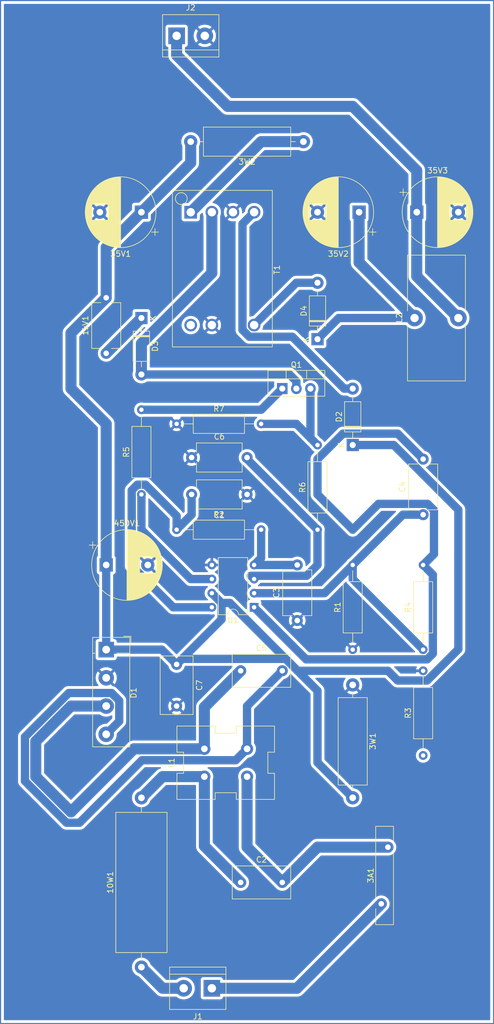
<source format=kicad_pcb>
(kicad_pcb (version 20221018) (generator pcbnew)
  (title_block (title "Switching  Mode Power Supply ") (date "05.08.2023") (rev "1.0") (company "by Muxtar_Safarov"))
  (layers (0 "F.Cu" signal) (31 "B.Cu" signal) (34 "B.Paste" user) (35 "F.Paste" user) (36 "B.SilkS" user "B.Silkscreen") (37 "F.SilkS" user "F.Silkscreen") (38 "B.Mask" user) (39 "F.Mask" user) (44 "Edge.Cuts" user))
  (net 0 "")
  (net 1 "Net-(D3-K)")
  (net 2 "VDC")
  (net 3 "Net-(J1-Pin_1)")
  (net 4 "Net-(3A1-Pad2)")
  (net 5 "Earth")
  (net 6 "Net-(T1-P1+)")
  (net 7 "Net-(J1-Pin_2)")
  (net 8 "Net-(10W1-Pad2)")
  (net 9 "Net-(D4-K)")
  (net 10 "VCC")
  (net 11 "Net-(U1-VREF)")
  (net 12 "Net-(U1-RC)")
  (net 13 "Net-(U1-FB)")
  (net 14 "Net-(U1-COMP)")
  (net 15 "Net-(C5-Pad1)")
  (net 16 "Net-(C5-Pad2)")
  (net 17 "Net-(U1-CS)")
  (net 18 "Net-(D2-A)")
  (net 19 "Net-(D3-A)")
  (net 20 "Net-(D4-A)")
  (net 21 "Net-(Q1-G)")
  (net 22 "Net-(Q1-S)")
  (net 23 "Net-(U1-OUT)")
  (footprint "Resistor_THT:R_Axial_DIN0516_L15.5mm_D5.0mm_P20.32mm_Horizontal" (layer "F.Cu") (at 105.41 38.1 180)
    (fp_text reference "3W2" (at 10.16 -3.62) (layer "F.SilkS"))
    (fp_text value "22K")
    (pad "1" thru_hole circle (at 0 0 180) (size 2.4 2.4) (drill 1.2) (layers "*.Cu" "*.Mask") (net 6 "Net-(T1-P1+)"))
    (pad "2" thru_hole oval (at 20.32 0 180) (size 2.4 2.4) (drill 1.2) (layers "*.Cu" "*.Mask") (net 2 "VDC"))
  )
  (footprint "Resistor_THT:R_Axial_DIN0309_L9.0mm_D3.2mm_P15.24mm_Horizontal" (layer "F.Cu") (at 114.3 129.54 90)
    (fp_text reference "R1" (at 7.62 -2.72 90) (layer "F.SilkS"))
    (fp_text value "4,7K")
    (pad "1" thru_hole circle (at 0 0 90) (size 1.6 1.6) (drill 0.8) (layers "*.Cu" "*.Mask") (net 5 "Earth"))
    (pad "2" thru_hole oval (at 15.24 0 90) (size 1.6 1.6) (drill 0.8) (layers "*.Cu" "*.Mask") (net 13 "Net-(U1-FB)"))
  )
  (footprint "Capacitor_THT:CP_Radial_D12.5mm_P7.50mm" (layer "F.Cu") (at 69.85 114.3)
    (fp_text reference "450V1" (at 3.75 -7.5) (layer "F.SilkS"))
    (fp_text value "1000uF ")
    (pad "1" thru_hole rect (at 0 0) (size 2.4 2.4) (drill 1.2) (layers "*.Cu" "*.Mask") (net 2 "VDC"))
    (pad "2" thru_hole circle (at 7.5 0) (size 2.4 2.4) (drill 1.2) (layers "*.Cu" "*.Mask") (net 5 "Earth"))
  )
  (footprint "Package_DIP:DIP-8_W7.62mm" (layer "F.Cu") (at 96.52 121.92 180)
    (fp_text reference "U1" (at 3.81 -2.33) (layer "F.SilkS"))
    (fp_text value "UC3842_DIP8")
    (pad "1" thru_hole rect (at 0 0 180) (size 1.6 1.6) (drill 0.8) (layers "*.Cu" "*.Mask") (net 14 "Net-(U1-COMP)"))
    (pad "2" thru_hole oval (at 0 2.54 180) (size 1.6 1.6) (drill 0.8) (layers "*.Cu" "*.Mask") (net 13 "Net-(U1-FB)"))
    (pad "3" thru_hole oval (at 0 5.08 180) (size 1.6 1.6) (drill 0.8) (layers "*.Cu" "*.Mask") (net 17 "Net-(U1-CS)"))
    (pad "4" thru_hole oval (at 0 7.62 180) (size 1.6 1.6) (drill 0.8) (layers "*.Cu" "*.Mask") (net 12 "Net-(U1-RC)"))
    (pad "5" thru_hole oval (at 7.62 7.62 180) (size 1.6 1.6) (drill 0.8) (layers "*.Cu" "*.Mask") (net 5 "Earth"))
    (pad "6" thru_hole oval (at 7.62 5.08 180) (size 1.6 1.6) (drill 0.8) (layers "*.Cu" "*.Mask") (net 23 "Net-(U1-OUT)"))
    (pad "7" thru_hole oval (at 7.62 2.54 180) (size 1.6 1.6) (drill 0.8) (layers "*.Cu" "*.Mask") (net 2 "VDC"))
    (pad "8" thru_hole oval (at 7.62 0 180) (size 1.6 1.6) (drill 0.8) (layers "*.Cu" "*.Mask") (net 11 "Net-(U1-VREF)"))
  )
  (footprint "Inductor_THT:L_Toroid_Vertical_L22.4mm_W10.2mm_P7.90mm_Vishay_TJ4" (layer "F.Cu") (at 125.45 69.85 90)
    (fp_text reference "L2" (at 0 -2.75 90) (layer "F.SilkS"))
    (fp_text value "470uH")
    (pad "1" thru_hole circle (at 0 0 90) (size 3 3) (drill 1.5) (layers "*.Cu" "*.Mask") (net 9 "Net-(D4-K)"))
    (pad "2" thru_hole circle (at 0 7.9 90) (size 3 3) (drill 1.5) (layers "*.Cu" "*.Mask") (net 10 "VCC"))
  )
  (footprint "Capacitor_THT:C_Rect_L10.3mm_W5.7mm_P7.50mm_MKS4" (layer "F.Cu") (at 94.1 171.45)
    (fp_text reference "C2" (at 3.75 -4.1) (layer "F.SilkS"))
    (fp_text value "330nF")
    (pad "1" thru_hole circle (at 0 0) (size 2 2) (drill 1) (layers "*.Cu" "*.Mask") (net 8 "Net-(10W1-Pad2)"))
    (pad "2" thru_hole circle (at 7.5 0) (size 2 2) (drill 1) (layers "*.Cu" "*.Mask") (net 4 "Net-(3A1-Pad2)"))
  )
  (footprint "Package_TO_SOT_THT:TO-220-3_Vertical" (layer "F.Cu") (at 101.6 82.55)
    (fp_text reference "Q1" (at 2.54 -4.27) (layer "F.SilkS"))
    (fp_text value "IRF740")
    (pad "1" thru_hole rect (at 0 0) (size 1.905 2) (drill 1.1) (layers "*.Cu" "*.Mask") (net 21 "Net-(Q1-G)"))
    (pad "2" thru_hole oval (at 2.54 0) (size 1.905 2) (drill 1.1) (layers "*.Cu" "*.Mask") (net 19 "Net-(D3-A)"))
    (pad "3" thru_hole oval (at 5.08 0) (size 1.905 2) (drill 1.1) (layers "*.Cu" "*.Mask") (net 22 "Net-(Q1-S)"))
  )
  (footprint "Capacitor_THT:C_Disc_D8.0mm_W5.0mm_P10.00mm" (layer "F.Cu") (at 127 105.25 90)
    (fp_text reference "C4" (at 5 -3.75 90) (layer "F.SilkS"))
    (fp_text value "100pF")
    (pad "1" thru_hole circle (at 0 0 90) (size 2 2) (drill 1) (layers "*.Cu" "*.Mask") (net 13 "Net-(U1-FB)"))
    (pad "2" thru_hole circle (at 10 0 90) (size 2 2) (drill 1) (layers "*.Cu" "*.Mask") (net 14 "Net-(U1-COMP)"))
  )
  (footprint "Resistor_THT:R_Axial_DIN0309_L9.0mm_D3.2mm_P15.24mm_Horizontal" (layer "F.Cu") (at 76.2 101.6 90)
    (fp_text reference "R5" (at 7.62 -2.72 90) (layer "F.SilkS"))
    (fp_text value "22R")
    (pad "1" thru_hole circle (at 0 0 90) (size 1.6 1.6) (drill 0.8) (layers "*.Cu" "*.Mask") (net 23 "Net-(U1-OUT)"))
    (pad "2" thru_hole oval (at 15.24 0 90) (size 1.6 1.6) (drill 0.8) (layers "*.Cu" "*.Mask") (net 21 "Net-(Q1-G)"))
  )
  (footprint "Capacitor_THT:CP_Radial_D12.5mm_P7.50mm" (layer "F.Cu") (at 115.45 50.8 180)
    (fp_text reference "35V2" (at 3.75 -7.5) (layer "F.SilkS"))
    (fp_text value "2200uF")
    (pad "1" thru_hole rect (at 0 0 180) (size 2.4 2.4) (drill 1.2) (layers "*.Cu" "*.Mask") (net 9 "Net-(D4-K)"))
    (pad "2" thru_hole circle (at 7.5 0 180) (size 2.4 2.4) (drill 1.2) (layers "*.Cu" "*.Mask") (net 5 "Earth"))
  )
  (footprint "Resistor_THT:R_Axial_DIN0309_L9.0mm_D3.2mm_P15.24mm_Horizontal" (layer "F.Cu") (at 127 148.59 90)
    (fp_text reference "R3" (at 7.62 -2.72 90) (layer "F.SilkS"))
    (fp_text value "20K")
    (pad "1" thru_hole circle (at 0 0 90) (size 1.6 1.6) (drill 0.8) (layers "*.Cu" "*.Mask") (net 13 "Net-(U1-FB)"))
    (pad "2" thru_hole oval (at 15.24 0 90) (size 1.6 1.6) (drill 0.8) (layers "*.Cu" "*.Mask") (net 5 "Earth"))
  )
  (footprint "Capacitor_THT:C_Rect_L10.3mm_W5.7mm_P7.50mm_MKS4" (layer "F.Cu") (at 82.55 132.2 -90)
    (fp_text reference "C7" (at 3.75 -4.1 90) (layer "F.SilkS"))
    (fp_text value "330nF")
    (pad "1" thru_hole circle (at 0 0 270) (size 2 2) (drill 1) (layers "*.Cu" "*.Mask") (net 2 "VDC"))
    (pad "2" thru_hole circle (at 7.5 0 270) (size 2 2) (drill 1) (layers "*.Cu" "*.Mask") (net 5 "Earth"))
  )
  (footprint "Diode_THT:D_DO-41_SOD81_P10.16mm_Horizontal" (layer "F.Cu") (at 107.95 73.66 90)
    (fp_text reference "D4" (at 5.08 -2.47 90) (layer "F.SilkS"))
    (fp_text value "1N4007")
    (fp_text user "K" (at 0 -2.1 90) (layer "F.SilkS"))
    (pad "1" thru_hole rect (at 0 0 90) (size 2.2 2.2) (drill 1.1) (layers "*.Cu" "*.Mask") (net 9 "Net-(D4-K)"))
    (pad "2" thru_hole oval (at 10.16 0 90) (size 2.2 2.2) (drill 1.1) (layers "*.Cu" "*.Mask") (net 20 "Net-(D4-A)"))
  )
  (footprint "Resistor_THT:R_Axial_Power_L25.0mm_W9.0mm_P30.48mm" (layer "F.Cu") (at 76.2 186.695 90)
    (fp_text reference "10W1" (at 15.24 -5.62 90) (layer "F.SilkS"))
    (fp_text value "10R")
    (pad "1" thru_hole circle (at 0 0 90) (size 2.4 2.4) (drill 1.2) (layers "*.Cu" "*.Mask") (net 7 "Net-(J1-Pin_2)"))
    (pad "2" thru_hole oval (at 30.48 0 90) (size 2.4 2.4) (drill 1.2) (layers "*.Cu" "*.Mask") (net 8 "Net-(10W1-Pad2)"))
  )
  (footprint "Capacitor_THT:C_Disc_D8.0mm_W5.0mm_P10.00mm" (layer "F.Cu") (at 85.25 94.96)
    (fp_text reference "C6" (at 5 -3.75) (layer "F.SilkS"))
    (fp_text value "470pF")
    (pad "1" thru_hole circle (at 0 0) (size 2 2) (drill 1) (layers "*.Cu" "*.Mask") (net 5 "Earth"))
    (pad "2" thru_hole circle (at 10 0) (size 2 2) (drill 1) (layers "*.Cu" "*.Mask") (net 17 "Net-(U1-CS)"))
  )
  (footprint "Resistor_THT:R_Axial_DIN0309_L9.0mm_D3.2mm_P15.24mm_Horizontal" (layer "F.Cu") (at 107.95 107.95 90)
    (fp_text reference "R6" (at 7.62 -2.72 90) (layer "F.SilkS"))
    (fp_text value "1K")
    (pad "1" thru_hole circle (at 0 0 90) (size 1.6 1.6) (drill 0.8) (layers "*.Cu" "*.Mask") (net 17 "Net-(U1-CS)"))
    (pad "2" thru_hole oval (at 15.24 0 90) (size 1.6 1.6) (drill 0.8) (layers "*.Cu" "*.Mask") (net 22 "Net-(Q1-S)"))
  )
  (footprint "Transformer_THT:Transformer_Microphone_Lundahl_LL1587" (layer "F.Cu") (at 85.09 50.8 -90)
    (fp_text reference "T1" (at 10.35 -15.55 90) (layer "F.SilkS"))
    (fp_text value "LL1587")
    (pad "1" thru_hole rect (at 0 0 270) (size 2.29 2.29) (drill 1.52) (layers "*.Cu" "*.Mask") (net 6 "Net-(T1-P1+)"))
    (pad "2" thru_hole circle (at 0 -3.81 270) (size 2.29 2.29) (drill 1.52) (layers "*.Cu" "*.Mask") (net 19 "Net-(D3-A)"))
    (pad "3" thru_hole circle (at 0 -7.62 270) (size 2.29 2.29) (drill 1.52) (layers "*.Cu" "*.Mask") (net 5 "Earth"))
    (pad "4" thru_hole circle (at 0 -11.43 270) (size 2.29 2.29) (drill 1.52) (layers "*.Cu" "*.Mask") (net 18 "Net-(D2-A)"))
    (pad "5" thru_hole circle (at 20.32 0 270) (size 2.29 2.29) (drill 1.52) (layers "*.Cu" "*.Mask"))
    (pad "6" thru_hole circle (at 20.32 -3.81 270) (size 2.29 2.29) (drill 1.52) (layers "*.Cu" "*.Mask") (net 5 "Earth"))
    (pad "8" thru_hole circle (at 20.32 -11.43 270) (size 2.29 2.29) (drill 1.52) (layers "*.Cu" "*.Mask") (net 20 "Net-(D4-A)"))
  )
  (footprint "Capacitor_THT:C_Disc_D8.0mm_W5.0mm_P10.00mm" (layer "F.Cu") (at 69.85 76.2 90)
    (fp_text reference "1kV1" (at 5 -3.75 90) (layer "F.SilkS"))
    (fp_text value "1nF")
    (pad "1" thru_hole circle (at 0 0 90) (size 2 2) (drill 1) (layers "*.Cu" "*.Mask") (net 1 "Net-(D3-K)"))
    (pad "2" thru_hole circle (at 10 0 90) (size 2 2) (drill 1) (layers "*.Cu" "*.Mask") (net 2 "VDC"))
  )
  (footprint "Resistor_THT:R_Axial_DIN0309_L9.0mm_D3.2mm_P15.24mm_Horizontal" (layer "F.Cu") (at 82.55 88.9)
    (fp_text reference "R7" (at 7.62 -2.72) (layer "F.SilkS"))
    (fp_text value "10R")
    (pad "1" thru_hole circle (at 0 0) (size 1.6 1.6) (drill 0.8) (layers "*.Cu" "*.Mask") (net 5 "Earth"))
    (pad "2" thru_hole oval (at 15.24 0) (size 1.6 1.6) (drill 0.8) (layers "*.Cu" "*.Mask") (net 22 "Net-(Q1-S)"))
  )
  (footprint "Inductor_THT:L_CommonMode_Wuerth_WE-CMB-S" (layer "F.Cu") (at 87.55 152.4 90)
    (fp_text reference "L1" (at 2.5 -5.9 90) (layer "F.SilkS"))
    (fp_text value "L Couple")
    (pad "1" thru_hole circle (at 0 0 90) (size 2.2 2.2) (drill 1.2) (layers "*.Cu" "*.Mask") (net 8 "Net-(10W1-Pad2)"))
    (pad "2" thru_hole circle (at 5 0 90) (size 2.2 2.2) (drill 1.2) (layers "*.Cu" "*.Mask") (net 15 "Net-(C5-Pad1)"))
    (pad "3" thru_hole circle (at 5 7.7 90) (size 2.2 2.2) (drill 1.2) (layers "*.Cu" "*.Mask") (net 16 "Net-(C5-Pad2)"))
    (pad "4" thru_hole circle (at 0 7.7 90) (size 2.2 2.2) (drill 1.2) (layers "*.Cu" "*.Mask") (net 4 "Net-(3A1-Pad2)"))
  )
  (footprint "Diode_THT:D_DO-41_SOD81_P10.16mm_Horizontal" (layer "F.Cu") (at 76.2 69.85 -90)
    (fp_text reference "D3" (at 5.08 -2.47 90) (layer "F.SilkS"))
    (fp_text value "FR207")
    (fp_text user "K" (at 0 -2.1 90) (layer "F.SilkS"))
    (pad "1" thru_hole rect (at 0 0 270) (size 2.2 2.2) (drill 1.1) (layers "*.Cu" "*.Mask") (net 1 "Net-(D3-K)"))
    (pad "2" thru_hole oval (at 10.16 0 270) (size 2.2 2.2) (drill 1.1) (layers "*.Cu" "*.Mask") (net 19 "Net-(D3-A)"))
  )
  (footprint "TerminalBlock:TerminalBlock_bornier-2_P5.08mm" (layer "F.Cu") (at 82.55 19.05)
    (fp_text reference "J2" (at 2.54 -5.08) (layer "F.SilkS"))
    (fp_text value "OUTPUT")
    (pad "1" thru_hole rect (at 0 0) (size 3 3) (drill 1.52) (layers "*.Cu" "*.Mask") (net 10 "VCC"))
    (pad "2" thru_hole circle (at 5.08 0) (size 3 3) (drill 1.52) (layers "*.Cu" "*.Mask") (net 5 "Earth"))
  )
  (footprint "TerminalBlock:TerminalBlock_bornier-2_P5.08mm" (layer "F.Cu") (at 88.9 190.5 180)
    (fp_text reference "J1" (at 2.54 -5.08) (layer "F.SilkS"))
    (fp_text value "AC ")
    (pad "1" thru_hole rect (at 0 0 180) (size 3 3) (drill 1.52) (layers "*.Cu" "*.Mask") (net 3 "Net-(J1-Pin_1)"))
    (pad "2" thru_hole circle (at 5.08 0 180) (size 3 3) (drill 1.52) (layers "*.Cu" "*.Mask") (net 7 "Net-(J1-Pin_2)"))
  )
  (footprint "Capacitor_THT:C_Disc_D8.0mm_W5.0mm_P10.00mm" (layer "F.Cu") (at 95.25 101.6 180)
    (fp_text reference "C1" (at 5 -3.75) (layer "F.SilkS"))
    (fp_text value "100nF")
    (pad "1" thru_hole circle (at 0 0 180) (size 2 2) (drill 1) (layers "*.Cu" "*.Mask") (net 5 "Earth"))
    (pad "2" thru_hole circle (at 10 0 180) (size 2 2) (drill 1) (layers "*.Cu" "*.Mask") (net 11 "Net-(U1-VREF)"))
  )
  (footprint "Resistor_THT:R_Axial_DIN0309_L9.0mm_D3.2mm_P15.24mm_Horizontal" (layer "F.Cu") (at 127 129.54 90)
    (fp_text reference "R4" (at 7.62 -2.72 90) (layer "F.SilkS"))
    (fp_text value "150K")
    (pad "1" thru_hole circle (at 0 0 90) (size 1.6 1.6) (drill 0.8) (layers "*.Cu" "*.Mask") (net 13 "Net-(U1-FB)"))
    (pad "2" thru_hole oval (at 15.24 0 90) (size 1.6 1.6) (drill 0.8) (layers "*.Cu" "*.Mask") (net 14 "Net-(U1-COMP)"))
  )
  (footprint "Fuse:Fuse_Bourns_MF-RHT1000" (layer "F.Cu") (at 119.45 175.3 90)
    (fp_text reference "3A1" (at 5.1 -1.9 90) (layer "F.SilkS"))
    (fp_text value "Fuse")
    (pad "1" thru_hole circle (at 0 0 90) (size 2.01 2.01) (drill 1.01) (layers "*.Cu" "*.Mask") (net 3 "Net-(J1-Pin_1)"))
    (pad "2" thru_hole circle (at 10.2 1.2 90) (size 2.01 2.01) (drill 1.01) (layers "*.Cu" "*.Mask") (net 4 "Net-(3A1-Pad2)"))
  )
  (footprint "Resistor_THT:R_Axial_DIN0516_L15.5mm_D5.0mm_P20.32mm_Horizontal" (layer "F.Cu") (at 114.3 135.89 -90)
    (fp_text reference "3W1" (at 10.16 -3.62 90) (layer "F.SilkS"))
    (fp_text value "130K")
    (pad "1" thru_hole circle (at 0 0 270) (size 2.4 2.4) (drill 1.2) (layers "*.Cu" "*.Mask") (net 5 "Earth"))
    (pad "2" thru_hole oval (at 20.32 0 270) (size 2.4 2.4) (drill 1.2) (layers "*.Cu" "*.Mask") (net 2 "VDC"))
  )
  (footprint "Capacitor_THT:C_Disc_D8.0mm_W5.0mm_P10.00mm" (layer "F.Cu") (at 104.3 124.3 90)
    (fp_text reference "C3" (at 5 -3.75 90) (layer "F.SilkS"))
    (fp_text value "22nF")
    (pad "1" thru_hole circle (at 0 0 90) (size 2 2) (drill 1) (layers "*.Cu" "*.Mask") (net 5 "Earth"))
    (pad "2" thru_hole circle (at 10 0 90) (size 2 2) (drill 1) (layers "*.Cu" "*.Mask") (net 12 "Net-(U1-RC)"))
  )
  (footprint "Diode_THT:D_DO-41_SOD81_P10.16mm_Horizontal" (layer "F.Cu") (at 114.3 92.71 90)
    (fp_text reference "D2" (at 5.08 -2.47 90) (layer "F.SilkS"))
    (fp_text value "FR207")
    (fp_text user "K" (at 0 -2.1 90) (layer "F.SilkS"))
    (pad "1" thru_hole rect (at 0 0 90) (size 2.2 2.2) (drill 1.1) (layers "*.Cu" "*.Mask") (net 2 "VDC"))
    (pad "2" thru_hole oval (at 10.16 0 90) (size 2.2 2.2) (drill 1.1) (layers "*.Cu" "*.Mask") (net 18 "Net-(D2-A)"))
  )
  (footprint "Diode_THT:Diode_Bridge_Vishay_KBL" (layer "F.Cu") (at 69.85 129.54 -90)
    (fp_text reference "D1" (at 7.8 -4.95 90) (layer "F.SilkS"))
    (fp_text value "Bridge D")
    (pad "1" thru_hole rect (at 0 0 270) (size 2.8 2.8) (drill 1.4) (layers "*.Cu" "*.Mask") (net 2 "VDC"))
    (pad "2" thru_hole circle (at 5.08 0 270) (size 2.8 2.8) (drill 1.4) (layers "*.Cu" "*.Mask") (net 5 "Earth"))
    (pad "3" thru_hole circle (at 10.16 0 270) (size 2.8 2.8) (drill 1.4) (layers "*.Cu" "*.Mask") (net 15 "Net-(C5-Pad1)"))
    (pad "4" thru_hole circle (at 15.24 0 270) (size 2.8 2.8) (drill 1.4) (layers "*.Cu" "*.Mask") (net 16 "Net-(C5-Pad2)"))
  )
  (footprint "Resistor_THT:R_Axial_DIN0309_L9.0mm_D3.2mm_P15.24mm_Horizontal" (layer "F.Cu") (at 82.55 107.95)
    (fp_text reference "R2" (at 7.62 -2.72) (layer "F.SilkS"))
    (fp_text value "680R")
    (pad "1" thru_hole circle (at 0 0) (size 1.6 1.6) (drill 0.8) (layers "*.Cu" "*.Mask") (net 11 "Net-(U1-VREF)"))
    (pad "2" thru_hole oval (at 15.24 0) (size 1.6 1.6) (drill 0.8) (layers "*.Cu" "*.Mask") (net 12 "Net-(U1-RC)"))
  )
  (footprint "Capacitor_THT:C_Rect_L10.3mm_W5.7mm_P7.50mm_MKS4" (layer "F.Cu") (at 94.1 133.35)
    (fp_text reference "C5" (at 3.75 -4.1) (layer "F.SilkS"))
    (fp_text value "330nF")
    (pad "1" thru_hole circle (at 0 0) (size 2 2) (drill 1) (layers "*.Cu" "*.Mask") (net 15 "Net-(C5-Pad1)"))
    (pad "2" thru_hole circle (at 7.5 0) (size 2 2) (drill 1) (layers "*.Cu" "*.Mask") (net 16 "Net-(C5-Pad2)"))
  )
  (footprint "Capacitor_THT:CP_Radial_D12.5mm_P7.50mm" (layer "F.Cu") (at 76.2 50.8 180)
    (fp_text reference "35V1" (at 3.75 -7.5) (layer "F.SilkS"))
    (fp_text value "100uF")
    (pad "1" thru_hole rect (at 0 0 180) (size 2.4 2.4) (drill 1.2) (layers "*.Cu" "*.Mask") (net 2 "VDC"))
    (pad "2" thru_hole circle (at 7.5 0 180) (size 2.4 2.4) (drill 1.2) (layers "*.Cu" "*.Mask") (net 5 "Earth"))
  )
  (footprint "Capacitor_THT:CP_Radial_D12.5mm_P7.50mm" (layer "F.Cu") (at 125.85 50.8)
    (fp_text reference "35V3" (at 3.75 -7.5) (layer "F.SilkS"))
    (fp_text value "2200uF")
    (pad "1" thru_hole rect (at 0 0) (size 2.4 2.4) (drill 1.2) (layers "*.Cu" "*.Mask") (net 10 "VCC"))
    (pad "2" thru_hole circle (at 7.5 0) (size 2.4 2.4) (drill 1.2) (layers "*.Cu" "*.Mask") (net 5 "Earth"))
  )
  (gr_rect (start 50.8 12.7) (end 139.7 196.85) (stroke (width 0.2)) (fill none) (layer "B.Cu"))
  (segment (start 69.85 76.2) (end 76.2 69.85) (width 2) (layer "B.Cu") (net 1))
  (segment (start 69.85 66.2) (end 63.5 72.55) (width 2) (layer "B.Cu") (net 2))
  (segment (start 85.09 41.91) (end 76.2 50.8) (width 2) (layer "B.Cu") (net 2))
  (segment (start 90.65 124.1) (end 82.55 132.2) (width 1.5) (layer "B.Cu") (net 2))
  (segment (start 133.35 104.357717) (end 121.702283 92.71) (width 1.5) (layer "B.Cu") (net 2))
  (segment (start 79.89 129.54) (end 82.55 132.2) (width 1.5) (layer "B.Cu") (net 2))
  (segment (start 69.85 57.15) (end 76.2 50.8) (width 2) (layer "B.Cu") (net 2))
  (segment (start 122.4 135.1) (end 127.724874 135.1) (width 1.5) (layer "B.Cu") (net 2))
  (segment (start 69.85 88.9) (end 69.85 114.3) (width 2) (layer "B.Cu") (net 2))
  (segment (start 107.95 136.942283) (end 107.95 149.86) (width 1.5) (layer "B.Cu") (net 2))
  (segment (start 121.702283 92.71) (end 114.3 92.71) (width 1.5) (layer "B.Cu") (net 2))
  (segment (start 63.5 82.55) (end 69.85 88.9) (width 2) (layer "B.Cu") (net 2))
  (segment (start 63.5 72.55) (end 63.5 82.55) (width 2) (layer "B.Cu") (net 2))
  (segment (start 90.65 121.13) (end 90.65 124.1) (width 1.5) (layer "B.Cu") (net 2))
  (segment (start 85.09 38.1) (end 85.09 41.91) (width 2) (layer "B.Cu") (net 2))
  (segment (start 104.357717 133.35) (end 120.65 133.35) (width 1.5) (layer "B.Cu") (net 2))
  (segment (start 69.85 129.54) (end 79.89 129.54) (width 1.5) (layer "B.Cu") (net 2))
  (segment (start 107.95 149.86) (end 114.3 156.21) (width 1.5) (layer "B.Cu") (net 2))
  (segment (start 120.65 133.35) (end 122.4 135.1) (width 1.5) (layer "B.Cu") (net 2))
  (segment (start 69.85 114.3) (end 69.85 129.54) (width 1.5) (layer "B.Cu") (net 2))
  (segment (start 90.65 121.13) (end 92.137717 121.13) (width 1.5) (layer "B.Cu") (net 2))
  (segment (start 127.724874 135.1) (end 133.35 129.474874) (width 1.5) (layer "B.Cu") (net 2))
  (segment (start 133.35 129.474874) (end 133.35 104.357717) (width 1.5) (layer "B.Cu") (net 2))
  (segment (start 82.55 132.2) (end 83.55 131.2) (width 1.5) (layer "B.Cu") (net 2))
  (segment (start 83.55 131.2) (end 102.207717 131.2) (width 1.5) (layer "B.Cu") (net 2))
  (segment (start 92.137717 121.13) (end 104.357717 133.35) (width 1.5) (layer "B.Cu") (net 2))
  (segment (start 69.85 66.2) (end 69.85 57.15) (width 2) (layer "B.Cu") (net 2))
  (segment (start 88.9 119.38) (end 90.65 121.13) (width 1.5) (layer "B.Cu") (net 2))
  (segment (start 102.207717 131.2) (end 107.95 136.942283) (width 1.5) (layer "B.Cu") (net 2))
  (segment (start 104.25 190.5) (end 88.9 190.5) (width 2) (layer "B.Cu") (net 3))
  (segment (start 119.45 175.3) (end 104.25 190.5) (width 2) (layer "B.Cu") (net 3))
  (segment (start 107.95 165.1) (end 101.6 171.45) (width 2) (layer "B.Cu") (net 4))
  (segment (start 95.25 165.1) (end 101.6 171.45) (width 2) (layer "B.Cu") (net 4))
  (segment (start 95.25 152.4) (end 95.25 165.1) (width 2) (layer "B.Cu") (net 4))
  (segment (start 120.65 165.1) (end 107.95 165.1) (width 2) (layer "B.Cu") (net 4))
  (segment (start 97.79 38.1) (end 85.09 50.8) (width 2) (layer "B.Cu") (net 6))
  (segment (start 105.41 38.1) (end 97.79 38.1) (width 2) (layer "B.Cu") (net 6))
  (segment (start 80.005 190.5) (end 76.2 186.695) (width 2) (layer "B.Cu") (net 7))
  (segment (start 83.82 190.5) (end 80.005 190.5) (width 2) (layer "B.Cu") (net 7))
  (segment (start 87.55 152.4) (end 87.55 164.9) (width 2) (layer "B.Cu") (net 8))
  (segment (start 80.015 152.4) (end 76.2 156.215) (width 2) (layer "B.Cu") (net 8))
  (segment (start 87.55 152.4) (end 80.015 152.4) (width 2) (layer "B.Cu") (net 8))
  (segment (start 87.55 164.9) (end 94.1 171.45) (width 2) (layer "B.Cu") (net 8))
  (segment (start 111.76 69.85) (end 107.95 73.66) (width 1.5) (layer "B.Cu") (net 9))
  (segment (start 115.45 50.8) (end 115.45 59.85) (width 2) (layer "B.Cu") (net 9))
  (segment (start 115.45 59.85) (end 125.45 69.85) (width 2) (layer "B.Cu") (net 9))
  (segment (start 125.45 69.85) (end 111.76 69.85) (width 1.5) (layer "B.Cu") (net 9))
  (segment (start 82.55 19.05) (end 82.55 22.55) (width 2) (layer "B.Cu") (net 10))
  (segment (start 82.55 22.55) (end 91.75 31.75) (width 2) (layer "B.Cu") (net 10))
  (segment (start 91.75 31.75) (end 114.3 31.75) (width 2) (layer "B.Cu") (net 10))
  (segment (start 114.3 31.75) (end 125.85 43.3) (width 2) (layer "B.Cu") (net 10))
  (segment (start 125.85 62.35) (end 133.35 69.85) (width 2) (layer "B.Cu") (net 10))
  (segment (start 125.85 50.8) (end 125.85 62.35) (width 2) (layer "B.Cu") (net 10))
  (segment (start 125.85 43.3) (end 125.85 50.8) (width 2) (layer "B.Cu") (net 10))
  (segment (start 88.9 121.92) (end 81.92944 121.92) (width 1.5) (layer "B.Cu") (net 11))
  (segment (start 74.45 100.875126) (end 75.475126 99.85) (width 1.5) (layer "B.Cu") (net 11))
  (segment (start 85.25 101.6) (end 85.25 105.25) (width 1.5) (layer "B.Cu") (net 11))
  (segment (start 76.924874 99.85) (end 82.55 105.475126) (width 1.5) (layer "B.Cu") (net 11))
  (segment (start 75.475126 99.85) (end 76.924874 99.85) (width 1.5) (layer "B.Cu") (net 11))
  (segment (start 74.45 114.44056) (end 74.45 100.875126) (width 1.5) (layer "B.Cu") (net 11))
  (segment (start 82.55 105.475126) (end 82.55 107.95) (width 1.5) (layer "B.Cu") (net 11))
  (segment (start 81.92944 121.92) (end 74.45 114.44056) (width 1.5) (layer "B.Cu") (net 11))
  (segment (start 85.25 105.25) (end 82.55 107.95) (width 1.5) (layer "B.Cu") (net 11))
  (segment (start 104.3 114.3) (end 96.52 114.3) (width 1.5) (layer "B.Cu") (net 12))
  (segment (start 97.79 107.95) (end 97.79 113.03) (width 1.5) (layer "B.Cu") (net 12))
  (segment (start 97.79 113.03) (end 96.52 114.3) (width 1.5) (layer "B.Cu") (net 12))
  (segment (start 109.22 119.38) (end 114.3 114.3) (width 1.5) (layer "B.Cu") (net 13))
  (segment (start 114.3 114.3) (end 114.3 116.84) (width 1.5) (layer "B.Cu") (net 13))
  (segment (start 123.35 105.25) (end 114.3 114.3) (width 1.5) (layer "B.Cu") (net 13))
  (segment (start 127 105.25) (end 123.35 105.25) (width 1.5) (layer "B.Cu") (net 13))
  (segment (start 96.52 119.38) (end 109.22 119.38) (width 1.5) (layer "B.Cu") (net 13))
  (segment (start 114.3 116.84) (end 127 129.54) (width 1.5) (layer "B.Cu") (net 13))
  (segment (start 107.95 101.6) (end 114.3 107.95) (width 1.5) (layer "B.Cu") (net 14))
  (segment (start 128.95 112.35) (end 127 114.3) (width 1.5) (layer "B.Cu") (net 14))
  (segment (start 128.95 104.442283) (end 128.95 112.35) (width 1.5) (layer "B.Cu") (net 14))
  (segment (start 118.95 103.3) (end 127.807717 103.3) (width 1.5) (layer "B.Cu") (net 14))
  (segment (start 128.75 116.05) (end 128.75 130.264874) (width 1.5) (layer "B.Cu") (net 14))
  (segment (start 127 114.3) (end 128.75 116.05) (width 1.5) (layer "B.Cu") (net 14))
  (segment (start 114.3 107.95) (end 118.95 103.3) (width 1.5) (layer "B.Cu") (net 14))
  (segment (start 127.724874 131.29) (end 105.89 131.29) (width 1.5) (layer "B.Cu") (net 14))
  (segment (start 107.95 95.25) (end 107.95 101.6) (width 1.5) (layer "B.Cu") (net 14))
  (segment (start 127.807717 103.3) (end 128.95 104.442283) (width 1.5) (layer "B.Cu") (net 14))
  (segment (start 112.54 90.66) (end 107.95 95.25) (width 1.5) (layer "B.Cu") (net 14))
  (segment (start 122.41 90.66) (end 112.54 90.66) (width 1.5) (layer "B.Cu") (net 14))
  (segment (start 105.89 131.29) (end 96.52 121.92) (width 1.5) (layer "B.Cu") (net 14))
  (segment (start 128.75 130.264874) (end 127.724874 131.29) (width 1.5) (layer "B.Cu") (net 14))
  (segment (start 127 95.25) (end 122.41 90.66) (width 1.5) (layer "B.Cu") (net 14))
  (segment (start 57.15 146.05) (end 57.15 152.4) (width 2) (layer "B.Cu") (net 15))
  (segment (start 74.85 147.4) (end 87.55 147.4) (width 2) (layer "B.Cu") (net 15))
  (segment (start 87.55 147.4) (end 87.55 139.9) (width 2) (layer "B.Cu") (net 15))
  (segment (start 63.5 139.7) (end 57.15 146.05) (width 2) (layer "B.Cu") (net 15))
  (segment (start 69.85 139.7) (end 63.5 139.7) (width 2) (layer "B.Cu") (net 15))
  (segment (start 63.5 158.75) (end 74.85 147.4) (width 2) (layer "B.Cu") (net 15))
  (segment (start 57.15 152.4) (end 63.5 158.75) (width 2) (layer "B.Cu") (net 15))
  (segment (start 87.55 139.9) (end 94.1 133.35) (width 2) (layer "B.Cu") (net 15))
  (segment (start 70.823402 137.35) (end 72.2 138.726598) (width 1.5) (layer "B.Cu") (net 16))
  (segment (start 95.25 139.7) (end 95.25 147.4) (width 1.5) (layer "B.Cu") (net 16))
  (segment (start 93.2 149.45) (end 76.3 149.45) (width 1.5) (layer "B.Cu") (net 16))
  (segment (start 55.2 153.207716) (end 55.200001 145.242283) (width 1.5) (layer "B.Cu") (net 16))
  (segment (start 76.3 149.45) (end 65.050001 160.699999) (width 1.5) (layer "B.Cu") (net 16))
  (segment (start 65.050001 160.699999) (end 62.692283 160.699999) (width 1.5) (layer "B.Cu") (net 16))
  (segment (start 55.200001 145.242283) (end 63.092284 137.35) (width 1.5) (layer "B.Cu") (net 16))
  (segment (start 72.2 142.43) (end 69.85 144.78) (width 1.5) (layer "B.Cu") (net 16))
  (segment (start 63.092284 137.35) (end 70.823402 137.35) (width 1.5) (layer "B.Cu") (net 16))
  (segment (start 95.25 147.4) (end 93.2 149.45) (width 1.5) (layer "B.Cu") (net 16))
  (segment (start 101.6 133.35) (end 95.25 139.7) (width 1.5) (layer "B.Cu") (net 16))
  (segment (start 62.692283 160.699999) (end 55.2 153.207716) (width 1.5) (layer "B.Cu") (net 16))
  (segment (start 72.2 138.726598) (end 72.2 142.43) (width 1.5) (layer "B.Cu") (net 16))
  (segment (start 95.25 95.25) (end 95.25 94.96) (width 1.5) (layer "B.Cu") (net 17))
  (segment (start 95.93 116.25) (end 106 116.25) (width 1.5) (layer "B.Cu") (net 17))
  (segment (start 107.95 107.95) (end 95.25 95.25) (width 1.5) (layer "B.Cu") (net 17))
  (segment (start 96.52 116.84) (end 95.93 116.25) (width 1.5) (layer "B.Cu") (net 17))
  (segment (start 106 116.25) (end 107.95 114.3) (width 1.5) (layer "B.Cu") (net 17))
  (segment (start 107.95 114.3) (end 107.95 107.95) (width 1.5) (layer "B.Cu") (net 17))
  (segment (start 95.652222 73.215) (end 94.425 71.987778) (width 1.5) (layer "B.Cu") (net 18))
  (segment (start 112.744366 82.55) (end 103.409366 73.215) (width 1.5) (layer "B.Cu") (net 18))
  (segment (start 114.3 82.55) (end 112.744366 82.55) (width 1.5) (layer "B.Cu") (net 18))
  (segment (start 94.425 52.895) (end 96.52 50.8) (width 1.5) (layer "B.Cu") (net 18))
  (segment (start 103.409366 73.215) (end 95.652222 73.215) (width 1.5) (layer "B.Cu") (net 18))
  (segment (start 94.425 71.987778) (end 94.425 52.895) (width 1.5) (layer "B.Cu") (net 18))
  (segment (start 88.9 61.75) (end 76.2 74.45) (width 2) (layer "B.Cu") (net 19))
  (segment (start 104.14 82.55) (end 104.14 81.2375) (width 1.5) (layer "B.Cu") (net 19))
  (segment (start 102.9125 80.01) (end 76.2 80.01) (width 1.5) (layer "B.Cu") (net 19))
  (segment (start 88.9 50.8) (end 88.9 61.75) (width 2) (layer "B.Cu") (net 19))
  (segment (start 76.2 74.45) (end 76.2 80.01) (width 2) (layer "B.Cu") (net 19))
  (segment (start 104.14 81.2375) (end 102.9125 80.01) (width 1.5) (layer "B.Cu") (net 19))
  (segment (start 107.95 63.5) (end 104.14 63.5) (width 1.5) (layer "B.Cu") (net 20))
  (segment (start 104.14 63.5) (end 96.52 71.12) (width 1.5) (layer "B.Cu") (net 20))
  (segment (start 97.79 86.36) (end 101.6 82.55) (width 1.5) (layer "B.Cu") (net 21))
  (segment (start 76.2 86.36) (end 97.79 86.36) (width 1.5) (layer "B.Cu") (net 21))
  (segment (start 97.79 88.9) (end 104.14 88.9) (width 1.5) (layer "B.Cu") (net 22))
  (segment (start 106.68 91.44) (end 107.95 92.71) (width 1.5) (layer "B.Cu") (net 22))
  (segment (start 106.68 82.55) (end 106.68 91.44) (width 1.5) (layer "B.Cu") (net 22))
  (segment (start 104.14 88.9) (end 107.95 92.71) (width 1.5) (layer "B.Cu") (net 22))
  (segment (start 88.9 116.84) (end 85.09 116.84) (width 1.5) (layer "B.Cu") (net 23))
  (segment (start 85.09 116.84) (end 76.2 107.95) (width 1.5) (layer "B.Cu") (net 23))
  (segment (start 76.2 107.95) (end 76.2 101.6) (width 1.5) (layer "B.Cu") (net 23))
  (zone (net 5) (net_name "Earth") (layer "B.Cu") (connect_pads (clearance 0.5)) (min_thickness 0.25) (fill yes (thermal_gap 0.5) (thermal_bridge_width 0.5))
    (polygon (pts (xy 50.8 12.7) (xy 50.8 196.85) (xy 139.7 196.85) (xy 139.7 12.7)))
  )
)
</source>
